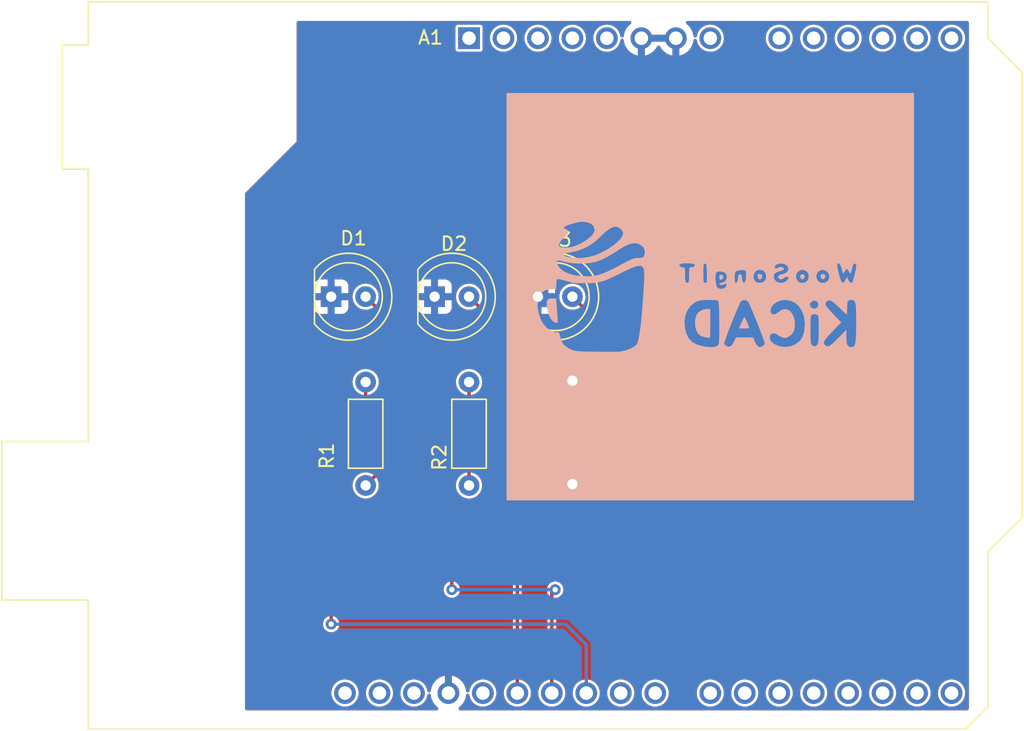
<source format=kicad_pcb>
(kicad_pcb (version 20211014) (generator pcbnew)
  (layers (0 "F.Cu" signal) (31 "B.Cu" signal) (34 "B.Paste" user) (35 "F.Paste" user) (36 "B.SilkS" user "B.Silkscreen") (37 "F.SilkS" user "F.Silkscreen") (38 "B.Mask" user) (39 "F.Mask" user) (44 "Edge.Cuts" user))
  (net 0 "")
  (net 6 "GND")
  (net 24 "Net-(A1-Pad25)")
  (net 25 "Net-(A1-Pad26)")
  (net 26 "Net-(A1-Pad27)")
  (net 31 "Net-(D1-Pad2)")
  (net 32 "Net-(D2-Pad2)")
  (net 33 "Net-(D3-Pad2)")
  (footprint "1_lsk:myLed" (layer "F.Cu") (at 140.97 76.2)
    (fp_text reference "D2" (at 0.16 -3.9 unlocked) (layer "F.SilkS"))
    (fp_text value "myLED")
    (pad "1" thru_hole rect (at -1.27 0) (size 1.524 1.524) (drill 0.762) (layers *.Cu *.Mask) (net 6 "GND"))
    (pad "2" thru_hole circle (at 1.27 0) (size 1.524 1.524) (drill 0.762) (layers *.Cu *.Mask) (net 32 "Net-(D2-Pad2)"))
  )
  (footprint "1_lsk:myResistor" (layer "F.Cu") (at 142.24 86.3 90)
    (fp_text reference "R2" (at -1.74 -2.18 90 unlocked) (layer "F.SilkS"))
    (fp_text value "R")
    (pad "1" thru_hole circle (at -3.81 0 90) (size 1.524 1.524) (drill 0.762) (layers *.Cu *.Mask) (net 32 "Net-(D2-Pad2)"))
    (pad "2" thru_hole circle (at 3.81 0 90) (size 1.524 1.524) (drill 0.762) (layers *.Cu *.Mask) (net 25 "Net-(A1-Pad26)"))
  )
  (footprint "1_lsk:myResistor" (layer "F.Cu") (at 134.62 86.3 90)
    (fp_text reference "R1" (at -1.64 -2.86 90 unlocked) (layer "F.SilkS"))
    (fp_text value "R")
    (pad "1" thru_hole circle (at -3.81 0 90) (size 1.524 1.524) (drill 0.762) (layers *.Cu *.Mask) (net 31 "Net-(D1-Pad2)"))
    (pad "2" thru_hole circle (at 3.81 0 90) (size 1.524 1.524) (drill 0.762) (layers *.Cu *.Mask) (net 24 "Net-(A1-Pad25)"))
  )
  (footprint "1_lsk:myLed" (layer "F.Cu") (at 133.35 76.2)
    (fp_text reference "D1" (at 0.38 -4.3 unlocked) (layer "F.SilkS"))
    (fp_text value "myLED")
    (pad "1" thru_hole rect (at -1.27 0) (size 1.524 1.524) (drill 0.762) (layers *.Cu *.Mask) (net 6 "GND"))
    (pad "2" thru_hole circle (at 1.27 0) (size 1.524 1.524) (drill 0.762) (layers *.Cu *.Mask) (net 31 "Net-(D1-Pad2)"))
  )
  (footprint "Module:Arduino_UNO_R3" (layer "F.Cu") (at 142.24 57.15)
    (fp_text reference "A1" (at -2.84 -0.05 180) (layer "F.SilkS"))
    (fp_text value "Arduino_UNO_R3")
    (pad "1" thru_hole rect (at 0 0 90) (size 1.6 1.6) (drill 1) (layers *.Cu *.Mask))
    (pad "2" thru_hole oval (at 2.54 0 90) (size 1.6 1.6) (drill 1) (layers *.Cu *.Mask))
    (pad "3" thru_hole oval (at 5.08 0 90) (size 1.6 1.6) (drill 1) (layers *.Cu *.Mask))
    (pad "4" thru_hole oval (at 7.62 0 90) (size 1.6 1.6) (drill 1) (layers *.Cu *.Mask))
    (pad "5" thru_hole oval (at 10.16 0 90) (size 1.6 1.6) (drill 1) (layers *.Cu *.Mask))
    (pad "6" thru_hole oval (at 12.7 0 90) (size 1.6 1.6) (drill 1) (layers *.Cu *.Mask) (net 6 "GND"))
    (pad "7" thru_hole oval (at 15.24 0 90) (size 1.6 1.6) (drill 1) (layers *.Cu *.Mask) (net 6 "GND"))
    (pad "8" thru_hole oval (at 17.78 0 90) (size 1.6 1.6) (drill 1) (layers *.Cu *.Mask))
    (pad "9" thru_hole oval (at 22.86 0 90) (size 1.6 1.6) (drill 1) (layers *.Cu *.Mask))
    (pad "10" thru_hole oval (at 25.4 0 90) (size 1.6 1.6) (drill 1) (layers *.Cu *.Mask))
    (pad "11" thru_hole oval (at 27.94 0 90) (size 1.6 1.6) (drill 1) (layers *.Cu *.Mask))
    (pad "12" thru_hole oval (at 30.48 0 90) (size 1.6 1.6) (drill 1) (layers *.Cu *.Mask))
    (pad "13" thru_hole oval (at 33.02 0 90) (size 1.6 1.6) (drill 1) (layers *.Cu *.Mask))
    (pad "14" thru_hole oval (at 35.56 0 90) (size 1.6 1.6) (drill 1) (layers *.Cu *.Mask))
    (pad "15" thru_hole oval (at 35.56 48.26 90) (size 1.6 1.6) (drill 1) (layers *.Cu *.Mask))
    (pad "16" thru_hole oval (at 33.02 48.26 90) (size 1.6 1.6) (drill 1) (layers *.Cu *.Mask))
    (pad "17" thru_hole oval (at 30.48 48.26 90) (size 1.6 1.6) (drill 1) (layers *.Cu *.Mask))
    (pad "18" thru_hole oval (at 27.94 48.26 90) (size 1.6 1.6) (drill 1) (layers *.Cu *.Mask))
    (pad "19" thru_hole oval (at 25.4 48.26 90) (size 1.6 1.6) (drill 1) (layers *.Cu *.Mask))
    (pad "20" thru_hole oval (at 22.86 48.26 90) (size 1.6 1.6) (drill 1) (layers *.Cu *.Mask))
    (pad "21" thru_hole oval (at 20.32 48.26 90) (size 1.6 1.6) (drill 1) (layers *.Cu *.Mask))
    (pad "22" thru_hole oval (at 17.78 48.26 90) (size 1.6 1.6) (drill 1) (layers *.Cu *.Mask))
    (pad "23" thru_hole oval (at 13.72 48.26 90) (size 1.6 1.6) (drill 1) (layers *.Cu *.Mask))
    (pad "24" thru_hole oval (at 11.18 48.26 90) (size 1.6 1.6) (drill 1) (layers *.Cu *.Mask))
    (pad "25" thru_hole oval (at 8.64 48.26 90) (size 1.6 1.6) (drill 1) (layers *.Cu *.Mask) (net 24 "Net-(A1-Pad25)"))
    (pad "26" thru_hole oval (at 6.1 48.26 90) (size 1.6 1.6) (drill 1) (layers *.Cu *.Mask) (net 25 "Net-(A1-Pad26)"))
    (pad "27" thru_hole oval (at 3.56 48.26 90) (size 1.6 1.6) (drill 1) (layers *.Cu *.Mask) (net 26 "Net-(A1-Pad27)"))
    (pad "28" thru_hole oval (at 1.02 48.26 90) (size 1.6 1.6) (drill 1) (layers *.Cu *.Mask))
    (pad "29" thru_hole oval (at -1.52 48.26 90) (size 1.6 1.6) (drill 1) (layers *.Cu *.Mask) (net 6 "GND"))
    (pad "30" thru_hole oval (at -4.06 48.26 90) (size 1.6 1.6) (drill 1) (layers *.Cu *.Mask))
    (pad "31" thru_hole oval (at -6.6 48.26 90) (size 1.6 1.6) (drill 1) (layers *.Cu *.Mask))
    (pad "32" thru_hole oval (at -9.14 48.26 90) (size 1.6 1.6) (drill 1) (layers *.Cu *.Mask))
  )
  (footprint "1_lsk:myResistor" (layer "F.Cu") (at 149.86 86.2 90)
    (fp_text reference "R3" (at -1.54 -2.2 90 unlocked) (layer "F.SilkS"))
    (fp_text value "R")
    (pad "1" thru_hole circle (at -3.81 0 90) (size 1.524 1.524) (drill 0.762) (layers *.Cu *.Mask) (net 33 "Net-(D3-Pad2)"))
    (pad "2" thru_hole circle (at 3.81 0 90) (size 1.524 1.524) (drill 0.762) (layers *.Cu *.Mask) (net 26 "Net-(A1-Pad27)"))
  )
  (footprint "1_lsk:woosongit_logo_15" (layer "F.Cu") (at 166.37 80.01)
    (fp_text reference "G***" hide)
    (fp_text value "LOGO" hide)
    (fp_poly (pts (xy 5.920835 0.057804) (xy 5.980328 0.088812) (xy 5.995498 0.106083) (xy 6.025613 0.188354) (xy 6.029848 0.307478) (xy 6.011761 0.447968) (xy 5.974909 0.594342) (xy 5.92285 0.731113) (xy 5.85914 0.842798) (xy 5.814654 0.893281) (xy 5.735317 0.951249) (xy 5.66905 0.975741) (xy 5.630204 0.962005) (xy 5.627088 0.925543) (xy 5.628215 0.842751) (xy 5.632762 0.726764) (xy 5.639904 0.590711) (xy 5.648816 0.447727) (xy 5.658675 0.310943) (xy 5.668654 0.193492) (xy 5.677931 0.108505) (xy 5.68568 0.069117) (xy 5.686317 0.068213) (xy 5.720406 0.060293) (xy 5.792635 0.053678) (xy 5.824183 0.052092)) (layer "F.Cu") (width 0) (fill solid))
    (fp_poly (pts (xy -0.351677 -0.800945) (xy -0.332053 -0.759736) (xy -0.33026 -0.720568) (xy -0.340521 -0.653561) (xy -0.376599 -0.630881) (xy -0.385304 -0.630497) (xy -0.442391 -0.640299) (xy -0.460363 -0.650513) (xy -0.476161 -0.693473) (xy -0.480379 -0.740583) (xy -0.46667 -0.794284) (xy -0.414705 -0.810492) (xy -0.405319 -0.810639)) (layer "F.Cu") (width 0) (fill solid))
    (fp_poly (pts (xy 7.50591 7.50591) (xy -7.50591 7.50591) (xy -7.50591 0.760161) (xy -5.371641 0.760161) (xy -5.371618 0.764777) (xy -5.367825 1.082593) (xy -5.359907 1.342182) (xy -5.347726 1.545233) (xy -5.331143 1.693433) (xy -5.310019 1.788472) (xy -5.284215 1.832036) (xy -5.283912 1.832231) (xy -5.193159 1.860015) (xy -5.106578 1.837524) (xy -5.060686 1.794738) (xy -5.033804 1.730836) (xy -5.018553 1.627314) (xy -5.013498 1.474341) (xy -5.013493 1.471984) (xy -5.013038 1.215957) (xy -4.710363 1.523699) (xy -4.570827 1.661731) (xy -4.463503 1.756954) (xy -4.381858 1.81244) (xy -4.319365 1.83126) (xy -4.269492 1.816484) (xy -4.225709 1.771183) (xy -4.215561 1.756383) (xy -4.184635 1.699648) (xy -4.188133 1.654341) (xy -4.220279 1.599064) (xy -4.26136 1.546552) (xy -4.334684 1.462462) (xy -4.430271 1.357908) (xy -4.538142 1.244009) (xy -4.550438 1.231274) (xy -4.563182 1.218102) (xy -3.993145 1.218102) (xy -3.992612 1.402542) (xy -3.990317 1.536576) (xy -3.985214 1.629839) (xy -3.976256 1.691968) (xy -3.962399 1.7326) (xy -3.942596 1.76137) (xy -3.933097 1.771394) (xy -3.858172 1.823723) (xy -3.792824 1.817676) (xy -3.739646 1.764714) (xy -3.721641 1.727966) (xy -3.70872 1.671115) (xy -3.700147 1.585195) (xy -3.695187 1.461237) (xy -3.693104 1.290274) (xy -3.692908 1.195321) (xy -3.693092 1.120753) (xy -3.474293 1.120753) (xy -3.4486 1.314023) (xy -3.397753 1.481398) (xy -3.352236 1.566883) (xy -3.283435 1.643184) (xy -3.190191 1.716703) (xy -3.154383 1.738566) (xy -2.955651 1.825104) (xy -2.767531 1.856516) (xy -2.579877 1.834018) (xy -2.51664 1.815079) (xy -2.389254 1.754832) (xy -2.351505 1.725026) (xy -2.005259 1.725026) (xy -1.969603 1.787404) (xy -1.898509 1.830012) (xy -1.816113 1.840585) (xy -1.789572 1.834621) (xy -1.740693 1.795575) (xy -1.684504 1.718198) (xy -1.651301 1.65716) (xy -1.576241 1.501395) (xy -1.259742 1.501288) (xy -0.943242 1.501182) (xy -0.864273 1.662197) (xy -0.808395 1.758223) (xy -0.753703 1.822028) (xy -0.725447 1.838865) (xy -0.642279 1.836705) (xy -0.565789 1.798097) (xy -0.519854 1.736472) (xy -0.516223 1.721175) (xy -0.524827 1.677017) (xy -0.55342 1.586839) (xy -0.598342 1.459816) (xy -0.655935 1.305123) (xy -0.72254 1.131936) (xy -0.770961 1.00913) (xy -0.331678 1.00913) (xy -0.32965 1.200516) (xy -0.325604 1.380125) (xy -0.319581 1.537874) (xy -0.31162 1.66368) (xy -0.301764 1.747459) (xy -0.292731 1.777214) (xy -0.212211 1.833704) (xy -0.084156 1.858931) (xy 0.092876 1.853031) (xy 0.25624 1.828709) (xy 0.481817 1.765114) (xy 0.660815 1.665287) (xy 0.794669 1.527376) (xy 0.884816 1.349533) (xy 0.932691 1.129908) (xy 0.941798 0.945744) (xy 0.930639 0.759924) (xy 0.894936 0.611635) (xy 0.827443 0.480909) (xy 0.727391 0.354922) (xy 0.629331 0.258834) (xy 0.528628 0.192198) (xy 0.41142 0.150197) (xy 0.263846 0.128012) (xy 0.072045 0.120826) (xy 0.053597 0.120754) (xy -0.090826 0.121511) (xy -0.186767 0.125742) (xy -0.245768 0.135326) (xy -0.279374 0.152141) (xy -0.299126 0.178067) (xy -0.29918 0.178168) (xy -0.310117 0.228465) (xy -0.318791 0.327485) (xy -0.325244 0.465144) (xy -0.329515 0.631361) (xy -0.331646 0.81605) (xy -0.331678 1.00913) (xy -0.770961 1.00913) (xy -0.7945 0.94943) (xy -0.868154 0.76678) (xy -0.939845 0.593162) (xy -1.005915 0.43775) (xy -1.062704 0.30972) (xy -1.106554 0.218247) (xy -1.133692 0.172636) (xy -1.20942 0.126619) (xy -1.298352 0.12512) (xy -1.376005 0.166477) (xy -1.395761 0.190422) (xy -1.426194 0.247679) (xy -1.472396 0.348223) (xy -1.530743 0.482929) (xy -1.597609 0.642674) (xy -1.669372 0.818331) (xy -1.742407 1.000776) (xy -1.813089 1.180883) (xy -1.877794 1.349528) (xy -1.9329 1.497586) (xy -1.97478 1.615932) (xy -1.999811 1.695441) (xy -2.005259 1.725026) (xy -2.351505 1.725026) (xy -2.287921 1.674822) (xy -2.219275 1.584877) (xy -2.189948 1.494822) (xy -2.206572 1.414485) (xy -2.227754 1.387092) (xy -2.284659 1.359444) (xy -2.360493 1.352349) (xy -2.426368 1.366149) (xy -2.44903 1.384489) (xy -2.487047 1.415586) (xy -2.560159 1.456659) (xy -2.604164 1.4774) (xy -2.689357 1.511893) (xy -2.75015 1.521214) (xy -2.816141 1.506461) (xy -2.868691 1.487218) (xy -2.987807 1.411638) (xy -3.070274 1.294082) (xy -3.11407 1.141634) (xy -3.11717 0.961377) (xy -3.077551 0.760394) (xy -3.07693 0.758293) (xy -3.010779 0.608629) (xy -2.919803 0.507485) (xy -2.811033 0.457449) (xy -2.691502 0.461111) (xy -2.56824 0.521059) (xy -2.52594 0.555437) (xy -2.418498 0.63452) (xy -2.331107 0.658504) (xy -2.261404 0.627996) (xy -2.257778 0.624491) (xy -2.22299 0.551385) (xy -2.232276 0.458484) (xy -2.279276 0.358585) (xy -2.357627 0.264482) (xy -2.460969 0.188967) (xy -2.478924 0.179696) (xy -2.622615 0.134778) (xy -2.787848 0.121189) (xy -2.946111 0.139898) (xy -3.013404 0.161535) (xy -3.131225 0.234501) (xy -3.249005 0.347944) (xy -3.350379 0.484555) (xy -3.393189 0.563245) (xy -3.447312 0.727597) (xy -3.474105 0.919355) (xy -3.474293 1.120753) (xy -3.693092 1.120753) (xy -3.693366 1.009859) (xy -3.695392 0.875466) (xy -3.699961 0.783169) (xy -3.708051 0.723992) (xy -3.720638 0.688962) (xy -3.738698 0.669104) (xy -3.750982 0.661576) (xy -3.845402 0.632323) (xy -3.923462 0.658169) (xy -3.945965 0.677676) (xy -3.96402 0.705157) (xy -3.97696 0.751765) (xy -3.985558 0.826364) (xy -3.990588 0.937816) (xy -3.992823 1.094986) (xy -3.993145 1.218102) (xy -4.563182 1.218102) (xy -4.826699 0.945744) (xy -4.530042 0.630496) (xy -4.423918 0.514273) (xy -4.334583 0.409868) (xy -4.269507 0.326522) (xy -4.236877 0.274618) (xy -3.989905 0.274618) (xy -3.97165 0.344169) (xy -3.933097 0.390307) (xy -3.862011 0.441404) (xy -3.793121 0.439574) (xy -3.718752 0.392127) (xy -3.672084 0.347323) (xy -3.666803 0.307019) (xy -3.693855 0.249515) (xy -3.755174 0.182699) (xy -3.83435 0.152614) (xy -3.911309 0.163207) (xy -3.954134 0.198316) (xy -3.989905 0.274618) (xy -4.236877 0.274618) (xy -4.236161 0.273479) (xy -4.23336 0.263399) (xy -4.256568 0.209908) (xy -4.30434 0.165024) (xy -4.3586 0.139737) (xy -4.415124 0.139938) (xy -4.481884 0.170067) (xy -4.566848 0.234563) (xy -4.677987 0.337866) (xy -4.758043 0.417781) (xy -4.85527 0.514374) (xy -4.937822 0.592739) (xy -4.996361 0.64425) (xy -5.02075 0.66052) (xy -5.031657 0.632901) (xy -5.039815 0.559637) (xy -5.043796 0.455115) (xy -5.043972 0.426335) (xy -5.048406 0.285826) (xy -5.065048 0.195) (xy -5.098904 0.143926) (xy -5.154983 0.122672) (xy -5.198392 0.120094) (xy -5.257023 0.125932) (xy -5.301124 0.148261) (xy -5.332638 0.194307) (xy -5.353505 0.271295) (xy -5.365667 0.38645) (xy -5.371065 0.546997) (xy -5.371641 0.760161) (xy -7.50591 0.760161) (xy -7.50591 -1.137244) (xy -5.368349 -1.137244) (xy -5.364712 -1.078925) (xy -5.348932 -0.980929) (xy -5.324999 -0.861316) (xy -5.296904 -0.738146) (xy -5.268638 -0.629481) (xy -5.244189 -0.55338) (xy -5.235017 -0.533778) (xy -5.194014 -0.508366) (xy -5.143487 -0.532333) (xy -5.095051 -0.598857) (xy -5.084177 -0.622415) (xy -5.037375 -0.734428) (xy -4.978946 -0.620537) (xy -4.931033 -0.542428) (xy -4.888978 -0.511752) (xy -4.849939 -0.531135) (xy -4.811072 -0.603204) (xy -4.769533 -0.730587) (xy -4.765388 -0.746385) (xy -4.383452 -0.746385) (xy -4.358708 -0.639422) (xy -4.294331 -0.560564) (xy -4.205099 -0.515196) (xy -4.105792 -0.508709) (xy -4.011189 -0.546489) (xy -3.962588 -0.592958) (xy -3.914768 -0.694631) (xy -3.915014 -0.719006) (xy -3.627213 -0.719006) (xy -3.589879 -0.616858) (xy -3.570634 -0.58951) (xy -3.506855 -0.531834) (xy -3.423093 -0.511244) (xy -3.392672 -0.510402) (xy -3.298392 -0.522987) (xy -3.23194 -0.569169) (xy -3.214709 -0.58951) (xy -3.164984 -0.690122) (xy -2.88227 -0.690122) (xy -2.862693 -0.649104) (xy -2.814605 -0.59038) (xy -2.804928 -0.580449) (xy -2.745513 -0.531534) (xy -2.682991 -0.513702) (xy -2.593544 -0.518216) (xy -2.496843 -0.539394) (xy -2.417642 -0.574016) (xy -2.400673 -0.586564) (xy -2.357332 -0.656966) (xy -2.348128 -0.713456) (xy -2.055357 -0.713456) (xy -2.026146 -0.611563) (xy -1.960707 -0.543762) (xy -1.862749 -0.513708) (xy -1.754941 -0.519363) (xy -1.665185 -0.558322) (xy -1.651301 -0.57045) (xy -1.601837 -0.659825) (xy -1.591253 -0.74115) (xy -1.614067 -0.854317) (xy -1.673585 -0.935848) (xy -1.756419 -0.983086) (xy -1.794079 -0.987264) (xy -1.291017 -0.987264) (xy -1.291017 -0.746632) (xy -1.289616 -0.626778) (xy -1.283704 -0.555674) (xy -1.270715 -0.522055) (xy -1.248081 -0.514655) (xy -1.238476 -0.515967) (xy -1.202808 -0.540481) (xy -1.180623 -0.605178) (xy -1.170922 -0.675793) (xy -1.157846 -0.76673) (xy -1.137617 -0.811867) (xy -1.103101 -0.825453) (xy -1.095863 -0.82565) (xy -1.058433 -0.81575) (xy -1.03642 -0.776552) (xy -1.022688 -0.693807) (xy -1.020804 -0.675793) (xy -1.004789 -0.578029) (xy -0.978596 -0.528267) (xy -0.953251 -0.515967) (xy -0.924669 -0.517983) (xy -0.908721 -0.54585) (xy -0.901916 -0.611769) (xy -0.90071 -0.699678) (xy -0.901509 -0.717617) (xy -0.600473 -0.717617) (xy -0.575895 -0.608827) (xy -0.507003 -0.537315) (xy -0.401061 -0.510444) (xy -0.396137 -0.510402) (xy -0.344696 -0.49787) (xy -0.339598 -0.469827) (xy -0.375077 -0.440605) (xy -0.430153 -0.425843) (xy -0.488627 -0.429066) (xy -0.510402 -0.448361) (xy -0.534688 -0.476754) (xy -0.555438 -0.480379) (xy -0.590898 -0.457645) (xy -0.598655 -0.406403) (xy -0.577377 -0.352095) (xy -0.562944 -0.337167) (xy -0.484357 -0.301144) (xy -0.390514 -0.294906) (xy -0.302426 -0.315432) (xy -0.241104 -0.3597) (xy -0.228188 -0.385311) (xy -0.206197 -0.493028) (xy -0.193713 -0.618156) (xy -0.192182 -0.713088) (xy 0.123601 -0.713088) (xy 0.124005 -0.612944) (xy 0.129345 -0.552682) (xy 0.141101 -0.522235) (xy 0.160758 -0.511535) (xy 0.178617 -0.510402) (xy 0.235759 -0.536867) (xy 0.255925 -0.577955) (xy 0.262451 -0.636996) (xy 0.265791 -0.738555) (xy 0.265544 -0.865167) (xy 0.264003 -0.930733) (xy 0.258911 -1.063456) (xy 0.251781 -1.147236) (xy 0.249544 -1.15591) (xy 0.570449 -1.15591) (xy 0.59753 -1.111903) (xy 0.668676 -1.085336) (xy 0.723023 -1.080851) (xy 0.750642 -1.07566) (xy 0.767714 -1.052445) (xy 0.77673 -0.999739) (xy 0.780179 -0.90608) (xy 0.780614 -0.815643) (xy 0.782744 -0.694823) (xy 0.788436 -0.59788) (xy 0.796642 -0.539729) (xy 0.80063 -0.530418) (xy 0.853724 -0.510971) (xy 0.902352 -0.539244) (xy 0.912509 -0.557893) (xy 0.921243 -0.609521) (xy 0.927693 -0.702651) (xy 0.930652 -0.818396) (xy 2.433474 -0.818396) (xy 2.437847 -0.679341) (xy 2.443152 -0.56165) (xy 2.463029 -0.198122) (xy 2.487398 0.160035) (xy 2.515307 0.502252) (xy 2.545804 0.81796) (xy 2.577936 1.096589) (xy 2.610752 1.327571) (xy 2.616429 1.361921) (xy 2.681878 1.748075) (xy 2.799456 1.833247) (xy 2.886262 1.890374) (xy 2.977014 1.93585) (xy 3.079717 1.970974) (xy 3.202375 1.997046) (xy 3.352993 2.015367) (xy 3.539576 2.027234) (xy 3.770129 2.03395) (xy 4.052657 2.036812) (xy 4.053191 2.036814) (xy 4.368883 2.034762) (xy 4.625397 2.025583) (xy 4.822559 2.009285) (xy 4.907379 1.996982) (xy 5.124022 1.940717) (xy 5.291386 1.855426) (xy 5.415097 1.736391) (xy 5.500782 1.578893) (xy 5.534501 1.471158) (xy 5.559897 1.377575) (xy 5.585581 1.326784) (xy 5.626403 1.303322) (xy 5.697213 1.291726) (xy 5.708061 1.290441) (xy 5.881713 1.241136) (xy 6.033415 1.140324) (xy 6.159427 0.993717) (xy 6.256011 0.807026) (xy 6.319429 0.585963) (xy 6.345942 0.336239) (xy 6.346356 0.315248) (xy 6.346056 0.177778) (xy 6.338755 0.082849) (xy 6.321506 0.013092) (xy 6.291365 -0.048861) (xy 6.281973 -0.064357) (xy 6.18088 -0.176611) (xy 6.043096 -0.244602) (xy 5.865143 -0.269957) (xy 5.842566 -0.270213) (xy 5.674468 -0.270213) (xy 5.674468 -0.431667) (xy 5.670194 -0.537098) (xy 5.651322 -0.603573) (xy 5.608775 -0.634979) (xy 5.533473 -0.635204) (xy 5.41634 -0.608136) (xy 5.325091 -0.58129) (xy 5.205761 -0.54726) (xy 5.100174 -0.524043) (xy 4.991063 -0.509539) (xy 4.861163 -0.501651) (xy 4.693208 -0.498281) (xy 4.638652 -0.497871) (xy 4.447119 -0.499084) (xy 4.284816 -0.507393) (xy 4.139664 -0.526077) (xy 3.99958 -0.55842) (xy 3.852484 -0.607703) (xy 3.686295 -0.677206) (xy 3.48893 -0.770212) (xy 3.310867 -0.858525) (xy 3.086211 -0.968829) (xy 2.907223 -1.050283) (xy 2.767779 -1.104423) (xy 2.661753 -1.132782) (xy 2.583021 -1.136893) (xy 2.525458 -1.11829) (xy 2.482938 -1.078508) (xy 2.475433 -1.067738) (xy 2.454618 -1.029369) (xy 2.441156 -0.982377) (xy 2.434343 -0.915731) (xy 2.433474 -0.818396) (xy 0.930652 -0.818396) (xy 0.930661 -0.818751) (xy 0.930733 -0.839776) (xy 0.930733 -1.074169) (xy 1.035815 -1.093882) (xy 1.115619 -1.11828) (xy 1.142217 -1.147877) (xy 1.121683 -1.178308) (xy 1.060091 -1.205208) (xy 0.963516 -1.22421) (xy 0.845091 -1.23097) (xy 0.706683 -1.226301) (xy 0.620116 -1.210913) (xy 0.577808 -1.182733) (xy 0.570449 -1.15591) (xy 0.249544 -1.15591) (xy 0.239932 -1.193174) (xy 0.220686 -1.21237) (xy 0.195153 -1.215958) (xy 0.169472 -1.212053) (xy 0.151955 -1.193652) (xy 0.140655 -1.15072) (xy 0.133623 -1.073225) (xy 0.128912 -0.951134) (xy 0.126647 -0.86318) (xy 0.123601 -0.713088) (xy -0.192182 -0.713088) (xy -0.191784 -0.737768) (xy -0.201452 -0.828934) (xy -0.207094 -0.848168) (xy -0.235797 -0.90154) (xy -0.281156 -0.92531) (xy -0.364654 -0.930733) (xy -0.364683 -0.930733) (xy -0.487252 -0.912948) (xy -0.563961 -0.857655) (xy -0.598028 -0.761946) (xy -0.600473 -0.717617) (xy -0.901509 -0.717617) (xy -0.906326 -0.825799) (xy -0.930247 -0.90468) (xy -0.983085 -0.948633) (xy -1.075449 -0.969969) (xy -1.138782 -0.97593) (xy -1.291017 -0.987264) (xy -1.794079 -0.987264) (xy -1.849182 -0.993377) (xy -1.938489 -0.964063) (xy -2.010951 -0.892488) (xy -2.040105 -0.830206) (xy -2.055357 -0.713456) (xy -2.348128 -0.713456) (xy -2.34265 -0.74708) (xy -2.357997 -0.830596) (xy -2.385896 -0.869869) (xy -2.440439 -0.89891) (xy -2.527574 -0.930191) (xy -2.571524 -0.942546) (xy -2.675165 -0.978026) (xy -2.72095 -1.016119) (xy -2.708079 -1.05555) (xy -2.660681 -1.084679) (xy -2.593435 -1.103192) (xy -2.530157 -1.082799) (xy -2.504995 -1.067303) (xy -2.434019 -1.038622) (xy -2.386583 -1.051576) (xy -2.375328 -1.100298) (xy -2.382124 -1.124319) (xy -2.431981 -1.178686) (xy -2.519013 -1.211647) (xy -2.623736 -1.221678) (xy -2.726663 -1.207257) (xy -2.808312 -1.166862) (xy -2.817641 -1.158347) (xy -2.853048 -1.089582) (xy -2.860265 -1.001122) (xy -2.839904 -0.920604) (xy -2.811587 -0.885185) (xy -2.749566 -0.856462) (xy -2.660541 -0.832468) (xy -2.640304 -0.828849) (xy -2.544861 -0.799219) (xy -2.500018 -0.75203) (xy -2.509825 -0.692554) (xy -2.522303 -0.67515) (xy -2.587213 -0.634075) (xy -2.664458 -0.651397) (xy -2.721183 -0.694342) (xy -2.784997 -0.733188) (xy -2.844092 -0.737789) (xy -2.879207 -0.70865) (xy -2.88227 -0.690122) (xy -3.164984 -0.690122) (xy -3.16063 -0.698932) (xy -3.162407 -0.810012) (xy -3.219604 -0.910287) (xy -3.226177 -0.917086) (xy -3.319873 -0.978677) (xy -3.415507 -0.990366) (xy -3.503568 -0.961199) (xy -3.574547 -0.900221) (xy -3.618932 -0.816474) (xy -3.627213 -0.719006) (xy -3.915014 -0.719006) (xy -3.915834 -0.80012) (xy -3.958856 -0.89455) (xy -4.036904 -0.963046) (xy -4.143045 -0.990732) (xy -4.147954 -0.99078) (xy -4.248726 -0.96354) (xy -4.33063 -0.892799) (xy -4.377792 -0.795031) (xy -4.383452 -0.746385) (xy -4.765388 -0.746385) (xy -4.740634 -0.84074) (xy -4.705994 -0.987118) (xy -4.687275 -1.086531) (xy -4.683275 -1.149569) (xy -4.692792 -1.186821) (xy -4.700223 -1.196993) (xy -4.743807 -1.224002) (xy -4.781037 -1.199474) (xy -4.814313 -1.12034) (xy -4.838884 -1.019607) (xy -4.86136 -0.925598) (xy -4.882702 -0.86079) (xy -4.896218 -0.840662) (xy -4.920423 -0.865352) (xy -4.951626 -0.925328) (xy -4.953901 -0.930733) (xy -4.991626 -0.992936) (xy -5.032116 -1.020706) (xy -5.034164 -1.020804) (xy -5.072903 -0.995332) (xy -5.107447 -0.933739) (xy -5.108518 -0.930733) (xy -5.136343 -0.86844) (xy -5.160796 -0.840748) (xy -5.161783 -0.840662) (xy -5.179206 -0.867475) (xy -5.203278 -0.937522) (xy -5.227 -1.02831) (xy -5.259979 -1.136207) (xy -5.296313 -1.201805) (xy -5.330563 -1.220913) (xy -5.357294 -1.189342) (xy -5.368349 -1.137244) (xy -7.50591 -1.137244) (xy -7.50591 -1.651374) (xy 2.410031 -1.651374) (xy 2.429054 -1.52958) (xy 2.436558 -1.512526) (xy 2.465719 -1.463182) (xy 2.50381 -1.439715) (xy 2.570426 -1.434522) (xy 2.631333 -1.436967) (xy 2.694817 -1.437927) (xy 2.754706 -1.430728) (xy 2.821959 -1.411333) (xy 2.90753 -1.375708) (xy 3.022375 -1.319818) (xy 3.177452 -1.239627) (xy 3.201783 -1.226869) (xy 3.359118 -1.144578) (xy 3.5106 -1.065861) (xy 3.642372 -0.997884) (xy 3.740578 -0.947812) (xy 3.767967 -0.9341) (xy 4.020564 -0.837158) (xy 4.304521 -0.776579) (xy 4.601953 -0.75437) (xy 4.894975 -0.772535) (xy 5.01827 -0.793914) (xy 5.143122 -0.82587) (xy 5.263257 -0.865577) (xy 5.336361 -0.896707) (xy 5.443428 -0.966621) (xy 5.53895 -1.055802) (xy 5.609938 -1.149477) (xy 5.643398 -1.232875) (xy 5.644444 -1.247026) (xy 5.630797 -1.295927) (xy 5.585198 -1.319096) (xy 5.500656 -1.317172) (xy 5.370184 -1.290791) (xy 5.316247 -1.27693) (xy 4.989165 -1.217911) (xy 4.658878 -1.211475) (xy 4.336838 -1.256743) (xy 4.034493 -1.352834) (xy 3.972895 -1.380174) (xy 3.83726 -1.448812) (xy 3.677644 -1.537247) (xy 3.519467 -1.631137) (xy 3.446737 -1.67702) (xy 3.277072 -1.78399) (xy 3.143458 -1.859846) (xy 3.033924 -1.909518) (xy 2.936496 -1.937941) (xy 2.839204 -1.950047) (xy 2.780454 -1.951537) (xy 2.6687 -1.944847) (xy 2.589643 -1.919478) (xy 2.52531 -1.874668) (xy 2.443493 -1.772021) (xy 2.410031 -1.651374) (xy -7.50591 -1.651374) (xy -7.50591 -2.334975) (xy 3.212529 -2.334975) (xy 3.239329 -2.240052) (xy 3.314434 -2.130208) (xy 3.429899 -2.011541) (xy 3.577781 -1.890149) (xy 3.750136 -1.77213) (xy 3.939021 -1.663582) (xy 4.136492 -1.570604) (xy 4.277554 -1.517385) (xy 4.518253 -1.45628) (xy 4.771204 -1.426529) (xy 5.018156 -1.428661) (xy 5.240857 -1.463204) (xy 5.32169 -1.487128) (xy 5.403221 -1.519532) (xy 5.454838 -1.547694) (xy 5.464302 -1.558857) (xy 5.436843 -1.573092) (xy 5.363671 -1.591907) (xy 5.2586 -1.611965) (xy 5.216607 -1.618698) (xy 4.9832 -1.668739) (xy 4.743407 -1.745263) (xy 4.521082 -1.839715) (xy 4.374755 -1.920575) (xy 4.291452 -1.982385) (xy 4.185258 -2.073821) (xy 4.0733 -2.179741) (xy 4.018212 -2.235806) (xy 3.8398 -2.404695) (xy 3.765433 -2.457219) (xy 4.263357 -2.457219) (xy 4.291268 -2.358331) (xy 4.368265 -2.254353) (xy 4.484235 -2.150286) (xy 4.629072 -2.051131) (xy 4.792665 -1.961887) (xy 4.964904 -1.887556) (xy 5.135682 -1.833138) (xy 5.294888 -1.803633) (xy 5.432413 -1.804043) (xy 5.526323 -1.832499) (xy 5.573342 -1.875645) (xy 5.575999 -1.934982) (xy 5.53244 -2.01547) (xy 5.440814 -2.122069) (xy 5.404255 -2.159304) (xy 5.298917 -2.272538) (xy 5.241485 -2.357235) (xy 5.230485 -2.419026) (xy 5.264444 -2.463542) (xy 5.318041 -2.488808) (xy 5.377631 -2.521069) (xy 5.381206 -2.557769) (xy 5.327751 -2.600042) (xy 5.21625 -2.649018) (xy 5.15463 -2.670922) (xy 4.939148 -2.729015) (xy 4.742901 -2.752788) (xy 4.572083 -2.743725) (xy 4.432887 -2.703312) (xy 4.331503 -2.633033) (xy 4.274125 -2.534372) (xy 4.263357 -2.457219) (xy 3.765433 -2.457219) (xy 3.680288 -2.517355) (xy 3.538888 -2.574285) (xy 3.470953 -2.582033) (xy 3.387442 -2.557677) (xy 3.303928 -2.496663) (xy 3.239325 -2.417075) (xy 3.21255 -2.336997) (xy 3.212529 -2.334975) (xy -7.50591 -2.334975) (xy -7.50591 -7.50591) (xy 7.50591 -7.50591)) (layer "F.Cu") (width 0) (fill solid))
    (fp_poly (pts (xy -1.238583 0.776015) (xy -1.20219 0.843331) (xy -1.156748 0.9391) (xy -1.147082 0.960756) (xy -1.054254 1.170922) (xy -1.247695 1.170922) (xy -1.346593 1.167735) (xy -1.416325 1.159403) (xy -1.441139 1.148404) (xy -1.429677 1.106497) (xy -1.400454 1.032348) (xy -1.361223 0.942874) (xy -1.319738 0.854988) (xy -1.283754 0.785607) (xy -1.261024 0.751645) (xy -1.258783 0.750591)) (layer "F.Cu") (width 0) (fill solid))
    (fp_poly (pts (xy -3.328984 -0.803513) (xy -3.304678 -0.749522) (xy -3.327452 -0.682311) (xy -3.333821 -0.67409) (xy -3.378624 -0.635166) (xy -3.42629 -0.644146) (xy -3.44784 -0.65687) (xy -3.475275 -0.70335) (xy -3.477864 -0.753987) (xy -3.452998 -0.810395) (xy -3.393083 -0.82565)) (layer "F.Cu") (width 0) (fill solid))
    (fp_poly (pts (xy -1.755768 -0.822063) (xy -1.723723 -0.771463) (xy -1.738905 -0.695467) (xy -1.742536 -0.688369) (xy -1.793229 -0.636955) (xy -1.860872 -0.642853) (xy -1.886611 -0.65687) (xy -1.914045 -0.70335) (xy -1.916634 -0.753987) (xy -1.888239 -0.813482) (xy -1.827772 -0.834781)) (layer "F.Cu") (width 0) (fill solid))
    (fp_poly (pts (xy 0.201692 0.462108) (xy 0.309549 0.491165) (xy 0.330806 0.499111) (xy 0.431971 0.556026) (xy 0.499623 0.637809) (xy 0.538638 0.754521) (xy 0.553891 0.916222) (xy 0.55455 0.960756) (xy 0.545383 1.133291) (xy 0.513112 1.261628) (xy 0.452935 1.35876) (xy 0.384654 1.420395) (xy 0.319028 1.454582) (xy 0.229005 1.484907) (xy 0.134786 1.506668) (xy 0.056572 1.515161) (xy 0.015223 1.506398) (xy 0.010258 1.472837) (xy 0.00597 1.389266) (xy 0.002646 1.265717) (xy 0.00057 1.112226) (xy 0 0.970764) (xy 0 0.450354) (xy 0.104475 0.450354)) (layer "F.Cu") (width 0) (fill solid))
    (fp_poly (pts (xy -4.085327 -0.81761) (xy -4.056155 -0.761029) (xy -4.074149 -0.693969) (xy -4.129829 -0.643807) (xy -4.189921 -0.644719) (xy -4.2312 -0.686558) (xy -4.25012 -0.764682) (xy -4.220722 -0.820558) (xy -4.15412 -0.840662)) (layer "F.Cu") (width 0) (fill solid))
  )
  (footprint "1_lsk:myLed" (layer "F.Cu") (at 148.59 76.2)
    (fp_text reference "D3" (at 0.24 -4.2 unlocked) (layer "F.SilkS"))
    (fp_text value "myLED")
    (pad "1" thru_hole rect (at -1.27 0) (size 1.524 1.524) (drill 0.762) (layers *.Cu *.Mask) (net 6 "GND"))
    (pad "2" thru_hole circle (at 1.27 0) (size 1.524 1.524) (drill 0.762) (layers *.Cu *.Mask) (net 33 "Net-(D3-Pad2)"))
  )
  (footprint "1_lsk:woosongit_logo_30" (layer "B.Cu") (at 160.02 76.2 180)
    (fp_text reference "G***" hide)
    (fp_text value "LOGO" hide)
  )
  (segment (start 134.62 82.49) (end 134.62 87.63) (width 0.25) (layer "F.Cu") (net 24))
  (segment (start 134.62 87.63) (end 132.08 90.17) (width 0.25) (layer "F.Cu") (net 24))
  (segment (start 132.08 90.17) (end 132.08 100.33) (width 0.25) (layer "F.Cu") (net 24))
  (via (at 132.08 100.33) (size 0.8) (drill 0.4) (layers "F.Cu" "B.Cu") (net 24))
  (segment (start 150.88 105.41) (end 150.88 101.85) (width 0.25) (layer "B.Cu") (net 24))
  (segment (start 149.36 100.33) (end 132.08 100.33) (width 0.25) (layer "B.Cu") (net 24))
  (segment (start 150.88 101.85) (end 149.36 100.33) (width 0.25) (layer "B.Cu") (net 24))
  (segment (start 148.59 97.79) (end 148.34 98.04) (width 0.25) (layer "F.Cu") (net 25))
  (segment (start 142.24 83.82) (end 140.97 85.09) (width 0.25) (layer "F.Cu") (net 25))
  (segment (start 148.34 98.04) (end 148.34 105.41) (width 0.25) (layer "F.Cu") (net 25))
  (segment (start 140.97 85.09) (end 140.97 97.79) (width 0.25) (layer "F.Cu") (net 25))
  (segment (start 142.24 82.49) (end 142.24 83.82) (width 0.25) (layer "F.Cu") (net 25))
  (via (at 140.97 97.79) (size 0.8) (drill 0.4) (layers "F.Cu" "B.Cu") (net 25))
  (via (at 148.59 97.79) (size 0.8) (drill 0.4) (layers "F.Cu" "B.Cu") (net 25))
  (segment (start 140.97 97.79) (end 148.59 97.79) (width 0.25) (layer "B.Cu") (net 25))
  (segment (start 147.32 85.09) (end 145.8 86.61) (width 0.25) (layer "F.Cu") (net 26))
  (segment (start 145.8 86.61) (end 145.8 105.41) (width 0.25) (layer "F.Cu") (net 26))
  (segment (start 147.32 84.93) (end 147.32 85.09) (width 0.25) (layer "F.Cu") (net 26))
  (segment (start 149.86 82.39) (end 147.32 84.93) (width 0.25) (layer "F.Cu") (net 26))
  (segment (start 135.89 88.84) (end 134.62 90.11) (width 0.25) (layer "F.Cu") (net 31))
  (segment (start 134.62 76.2) (end 135.89 77.47) (width 0.25) (layer "F.Cu") (net 31))
  (segment (start 135.89 77.47) (end 135.89 88.84) (width 0.25) (layer "F.Cu") (net 31))
  (segment (start 142.24 76.2) (end 143.51 77.47) (width 0.25) (layer "F.Cu") (net 32))
  (segment (start 143.51 77.47) (end 143.51 85.09) (width 0.25) (layer "F.Cu") (net 32))
  (segment (start 142.24 86.36) (end 142.24 90.11) (width 0.25) (layer "F.Cu") (net 32))
  (segment (start 143.51 85.09) (end 142.24 86.36) (width 0.25) (layer "F.Cu") (net 32))
  (segment (start 151.13 88.74) (end 149.86 90.01) (width 0.25) (layer "F.Cu") (net 33))
  (segment (start 151.13 77.47) (end 151.13 88.74) (width 0.25) (layer "F.Cu") (net 33))
  (segment (start 149.86 76.2) (end 151.13 77.47) (width 0.25) (layer "F.Cu") (net 33))
  (zone (net 6) (net_name "GND") (layers F&B.Cu) (connect_pads (clearance 0)) (min_thickness 0.254) (fill yes (thermal_gap 0.508) (thermal_bridge_width 0.508))
    (polygon (pts (xy 179.07 106.68) (xy 125.73 106.68) (xy 125.73 68.58) (xy 129.54 64.77) (xy 129.54 55.88) (xy 179.07 55.88)))
  )
)
</source>
